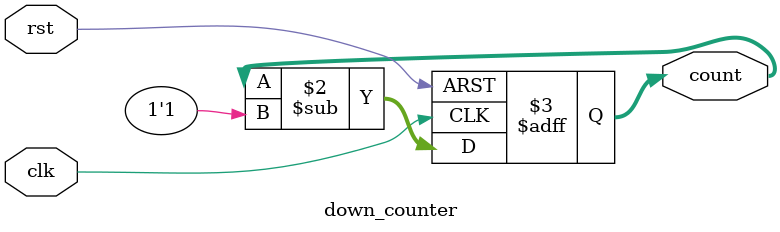
<source format=v>
module down_counter(
 input clk,
 input rst,
 output reg [3:0]count);
always @(posedge clk or posedge rst)begin
if(rst)
     count<=4'b0000;
else
      count<=count-1'b1;
end
endmodule

</source>
